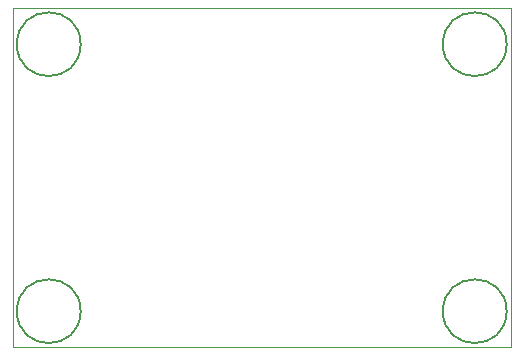
<source format=gbr>
G04 #@! TF.GenerationSoftware,KiCad,Pcbnew,5.1.9+dfsg1-1*
G04 #@! TF.CreationDate,2021-07-15T21:40:15-06:00*
G04 #@! TF.ProjectId,ESP_Programmer,4553505f-5072-46f6-9772-616d6d65722e,rev?*
G04 #@! TF.SameCoordinates,Original*
G04 #@! TF.FileFunction,Other,Comment*
%FSLAX46Y46*%
G04 Gerber Fmt 4.6, Leading zero omitted, Abs format (unit mm)*
G04 Created by KiCad (PCBNEW 5.1.9+dfsg1-1) date 2021-07-15 21:40:15*
%MOMM*%
%LPD*%
G01*
G04 APERTURE LIST*
G04 #@! TA.AperFunction,Profile*
%ADD10C,0.050000*%
G04 #@! TD*
%ADD11C,0.150000*%
G04 APERTURE END LIST*
D10*
X184658000Y-116840000D02*
X195580000Y-116840000D01*
X184658000Y-88138000D02*
X184658000Y-116840000D01*
X184912000Y-88138000D02*
X184658000Y-88138000D01*
X226822000Y-88138000D02*
X184912000Y-88138000D01*
X226822000Y-116840000D02*
X226822000Y-88138000D01*
X226568000Y-116840000D02*
X226822000Y-116840000D01*
X195580000Y-116840000D02*
X226568000Y-116840000D01*
D11*
G04 #@! TO.C,H4*
X190406000Y-113792000D02*
G75*
G03*
X190406000Y-113792000I-2700000J0D01*
G01*
G04 #@! TO.C,H3*
X226474000Y-113792000D02*
G75*
G03*
X226474000Y-113792000I-2700000J0D01*
G01*
G04 #@! TO.C,H2*
X190406000Y-91186000D02*
G75*
G03*
X190406000Y-91186000I-2700000J0D01*
G01*
G04 #@! TO.C,H1*
X226474000Y-91186000D02*
G75*
G03*
X226474000Y-91186000I-2700000J0D01*
G01*
G04 #@! TD*
M02*

</source>
